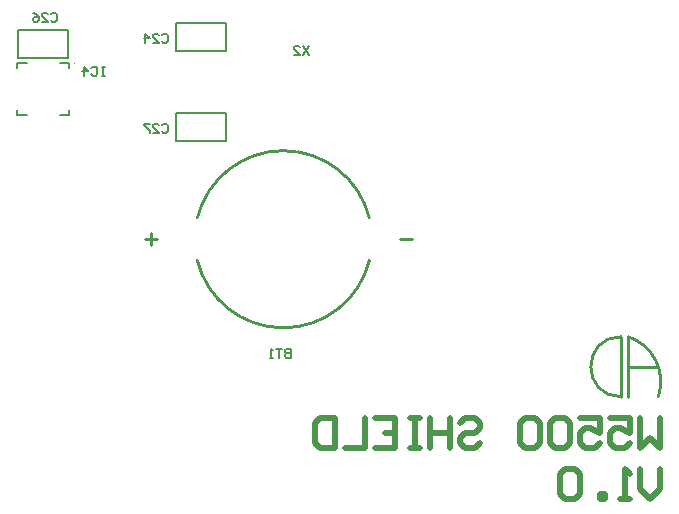
<source format=gbo>
G04 Layer_Color=32896*
%FSLAX25Y25*%
%MOIN*%
G70*
G01*
G75*
%ADD30C,0.02000*%
%ADD31C,0.01000*%
%ADD32C,0.00600*%
%ADD50C,0.00394*%
%ADD53C,0.00787*%
D30*
X238000Y57997D02*
Y48000D01*
X234668Y51332D01*
X231335Y48000D01*
Y57997D01*
X221339D02*
X228003D01*
Y52998D01*
X224671Y54664D01*
X223005D01*
X221339Y52998D01*
Y49666D01*
X223005Y48000D01*
X226337D01*
X228003Y49666D01*
X211342Y57997D02*
X218006D01*
Y52998D01*
X214674Y54664D01*
X213008D01*
X211342Y52998D01*
Y49666D01*
X213008Y48000D01*
X216340D01*
X218006Y49666D01*
X208010Y56331D02*
X206344Y57997D01*
X203011D01*
X201345Y56331D01*
Y49666D01*
X203011Y48000D01*
X206344D01*
X208010Y49666D01*
Y56331D01*
X198013D02*
X196347Y57997D01*
X193015D01*
X191348Y56331D01*
Y49666D01*
X193015Y48000D01*
X196347D01*
X198013Y49666D01*
Y56331D01*
X171355D02*
X173021Y57997D01*
X176353D01*
X178019Y56331D01*
Y54664D01*
X176353Y52998D01*
X173021D01*
X171355Y51332D01*
Y49666D01*
X173021Y48000D01*
X176353D01*
X178019Y49666D01*
X168023Y57997D02*
Y48000D01*
Y52998D01*
X161358D01*
Y57997D01*
Y48000D01*
X158026Y57997D02*
X154694D01*
X156360D01*
Y48000D01*
X158026D01*
X154694D01*
X143031Y57997D02*
X149695D01*
Y48000D01*
X143031D01*
X149695Y52998D02*
X146363D01*
X139698Y57997D02*
Y48000D01*
X133034D01*
X129702Y57997D02*
Y48000D01*
X124703D01*
X123037Y49666D01*
Y56331D01*
X124703Y57997D01*
X129702D01*
X238000Y40997D02*
Y34332D01*
X234668Y31000D01*
X231335Y34332D01*
Y40997D01*
X228003Y31000D02*
X224671D01*
X226337D01*
Y40997D01*
X228003Y39331D01*
X219673Y31000D02*
Y32666D01*
X218006D01*
Y31000D01*
X219673D01*
X211342Y39331D02*
X209676Y40997D01*
X206344D01*
X204677Y39331D01*
Y32666D01*
X206344Y31000D01*
X209676D01*
X211342Y32666D01*
Y39331D01*
D31*
X141146Y124662D02*
G03*
X83854Y124661I-28646J-7162D01*
G01*
X83797Y110572D02*
G03*
X141146Y110339I28703J6928D01*
G01*
X225000Y85000D02*
G03*
X225000Y65000I0J-10000D01*
G01*
X237500D02*
G03*
X227500Y85000I-15000J5000D01*
G01*
X151500Y117500D02*
X155500D01*
X68500Y115500D02*
Y119500D01*
X66500Y117500D02*
X70500D01*
X227500Y65000D02*
Y85000D01*
X225000Y65000D02*
Y85000D01*
X227500Y75000D02*
X237500D01*
D32*
X76700Y180400D02*
Y189600D01*
X93300Y180400D02*
Y189600D01*
X76700Y180400D02*
X93300D01*
X76700Y189600D02*
X93300D01*
X76700Y150400D02*
Y159600D01*
X93300Y150400D02*
Y159600D01*
X76700Y150400D02*
X93300D01*
X76700Y159600D02*
X93300D01*
X24200Y177900D02*
Y187100D01*
X40800Y177900D02*
Y187100D01*
X24200Y177900D02*
X40800D01*
X24200Y187100D02*
X40800D01*
X115000Y80999D02*
Y78000D01*
X113500D01*
X113001Y78500D01*
Y79000D01*
X113500Y79500D01*
X115000D01*
X113500D01*
X113001Y79999D01*
Y80499D01*
X113500Y80999D01*
X115000D01*
X112001D02*
X110002D01*
X111001D01*
Y78000D01*
X109002D02*
X108002D01*
X108502D01*
Y80999D01*
X109002Y80499D01*
X72001Y185499D02*
X72500Y185999D01*
X73500D01*
X74000Y185499D01*
Y183500D01*
X73500Y183000D01*
X72500D01*
X72001Y183500D01*
X69002Y183000D02*
X71001D01*
X69002Y184999D01*
Y185499D01*
X69501Y185999D01*
X70501D01*
X71001Y185499D01*
X66502Y183000D02*
Y185999D01*
X68002Y184500D01*
X66003D01*
X35001Y192499D02*
X35500Y192999D01*
X36500D01*
X37000Y192499D01*
Y190500D01*
X36500Y190000D01*
X35500D01*
X35001Y190500D01*
X32002Y190000D02*
X34001D01*
X32002Y191999D01*
Y192499D01*
X32501Y192999D01*
X33501D01*
X34001Y192499D01*
X29003Y192999D02*
X30002Y192499D01*
X31002Y191499D01*
Y190500D01*
X30502Y190000D01*
X29502D01*
X29003Y190500D01*
Y191000D01*
X29502Y191499D01*
X31002D01*
X72001Y155499D02*
X72500Y155999D01*
X73500D01*
X74000Y155499D01*
Y153500D01*
X73500Y153000D01*
X72500D01*
X72001Y153500D01*
X69002Y153000D02*
X71001D01*
X69002Y154999D01*
Y155499D01*
X69501Y155999D01*
X70501D01*
X71001Y155499D01*
X68002Y155999D02*
X66003D01*
Y155499D01*
X68002Y153500D01*
Y153000D01*
X53000Y174999D02*
X52000D01*
X52500D01*
Y172000D01*
X53000D01*
X52000D01*
X48502Y174499D02*
X49001Y174999D01*
X50001D01*
X50501Y174499D01*
Y172500D01*
X50001Y172000D01*
X49001D01*
X48502Y172500D01*
X46002Y172000D02*
Y174999D01*
X47502Y173500D01*
X45502D01*
X121000Y181999D02*
X119001Y179000D01*
Y181999D02*
X121000Y179000D01*
X116002D02*
X118001D01*
X116002Y180999D01*
Y181499D01*
X116501Y181999D01*
X117501D01*
X118001Y181499D01*
D50*
X42933Y176161D02*
G03*
X42933Y176161I-197J0D01*
G01*
D53*
X23839Y158839D02*
X27008D01*
X37992D02*
X41161D01*
X23839Y176161D02*
X27008D01*
X37992D02*
X41161D01*
X23839Y158839D02*
Y160512D01*
Y174488D02*
Y176161D01*
X41161Y158839D02*
Y160512D01*
Y174488D02*
Y176161D01*
M02*

</source>
